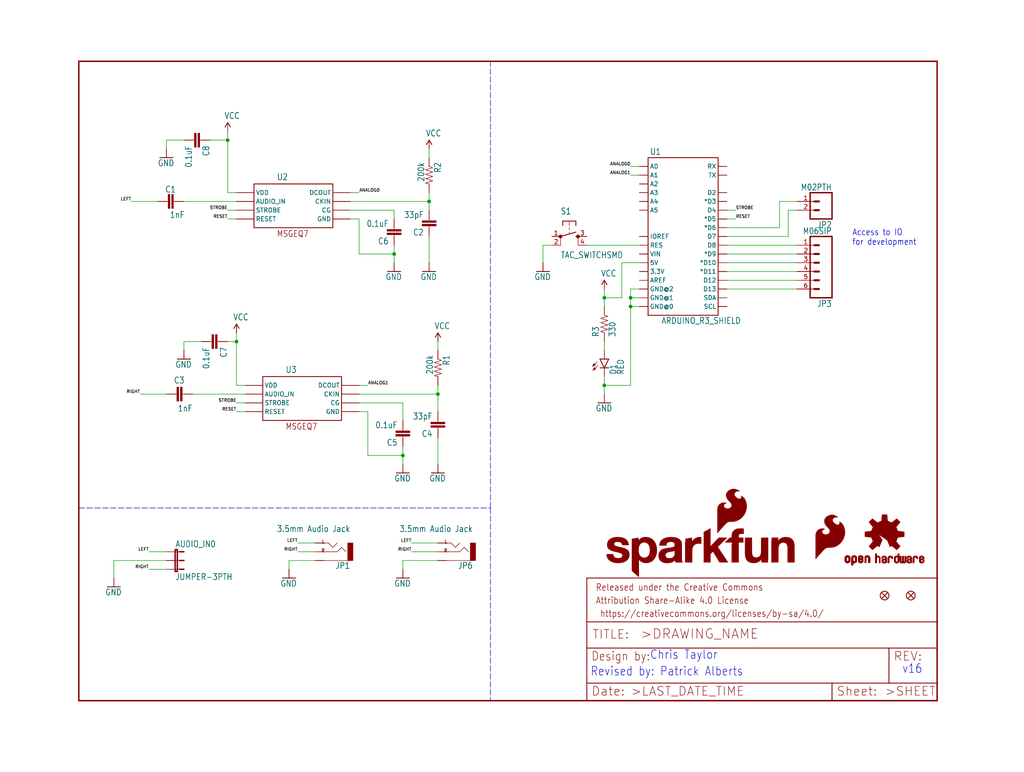
<source format=kicad_sch>
(kicad_sch (version 20211123) (generator eeschema)
  (paper "User" 297.002 223.926)
  (lib_symbols
    (symbol "schematicEagle-eagle-import:0.1UF-25V(+80{slash}-20%)(0603)"
      (property "Reference" "C" (at 1.524 2.921 0))
      (property "Value" "0.1UF-25V(+80{slash}-20%)(0603)" (at 1.524 -2.159 0))
      (symbol "0.1UF-25V(+80{slash}-20%)(0603)_1_0"
        (pin passive line (at 0 5.08 270) (length 2.54) (name "1") (number "1"))
        (pin passive line (at 0 -2.54 90) (length 2.54) (name "2") (number "2"))
      )
    )
    (symbol "schematicEagle-eagle-import:1NF{slash}1000PF-50V-10%(0603)"
      (property "Reference" "C" (at 1.524 2.921 0))
      (property "Value" "1NF{slash}1000PF-50V-10%(0603)" (at 1.524 -2.159 0))
      (symbol "1NF{slash}1000PF-50V-10%(0603)_1_0"
        (pin passive line (at 0 5.08 270) (length 2.54) (name "1") (number "1"))
        (pin passive line (at 0 -2.54 90) (length 2.54) (name "2") (number "2"))
      )
    )
    (symbol "schematicEagle-eagle-import:200KOHM1{slash}10W1%(0603)200K"
      (property "Reference" "R" (at -3.81 1.4986 0))
      (property "Value" "200KOHM1{slash}10W1%(0603)200K" (at -3.81 -3.302 0))
      (symbol "200KOHM1{slash}10W1%(0603)200K_1_0"
        (pin passive line (at -5.08 0 0) (length 2.54) (name "1") (number "1"))
        (pin passive line (at 5.08 0 180) (length 2.54) (name "2") (number "2"))
      )
    )
    (symbol "schematicEagle-eagle-import:220KOHM1{slash}10W1%(0603)"
      (property "Reference" "R" (at -3.81 1.4986 0))
      (property "Value" "220KOHM1{slash}10W1%(0603)" (at -3.81 -3.302 0))
      (symbol "220KOHM1{slash}10W1%(0603)_1_0"
        (pin passive line (at -5.08 0 0) (length 2.54) (name "1") (number "1"))
        (pin passive line (at 5.08 0 180) (length 2.54) (name "2") (number "2"))
      )
    )
    (symbol "schematicEagle-eagle-import:330OHM1{slash}10W1%(0603)"
      (property "Reference" "R" (at -3.81 1.4986 0))
      (property "Value" "330OHM1{slash}10W1%(0603)" (at -3.81 -3.302 0))
      (symbol "330OHM1{slash}10W1%(0603)_1_0"
        (pin passive line (at -5.08 0 0) (length 2.54) (name "1") (number "1"))
        (pin passive line (at 5.08 0 180) (length 2.54) (name "2") (number "2"))
      )
    )
    (symbol "schematicEagle-eagle-import:33PF-50V-5%-(0603)"
      (property "Reference" "C" (at 1.524 2.921 0))
      (property "Value" "33PF-50V-5%-(0603)" (at 1.524 -2.159 0))
      (symbol "33PF-50V-5%-(0603)_1_0"
        (pin passive line (at 0 5.08 270) (length 2.54) (name "1") (number "1"))
        (pin passive line (at 0 -2.54 90) (length 2.54) (name "2") (number "2"))
      )
    )
    (symbol "schematicEagle-eagle-import:ARDUINO_R3_SHIELD"
      (property "Reference" "J" (at -9.652 21.082 0))
      (property "Value" "ARDUINO_R3_SHIELD" (at -6.35 -27.94 0))
      (symbol "ARDUINO_R3_SHIELD_1_0"
        (pin bidirectional line (at -12.7 -12.7 0) (length 2.54) (name "3.3V") (number "3.3V"))
        (pin bidirectional line (at -12.7 -10.16 0) (length 2.54) (name "5V") (number "5V"))
        (pin bidirectional line (at -12.7 17.78 0) (length 2.54) (name "A0") (number "A0"))
        (pin bidirectional line (at -12.7 15.24 0) (length 2.54) (name "A1") (number "A1"))
        (pin bidirectional line (at -12.7 12.7 0) (length 2.54) (name "A2") (number "A2"))
        (pin bidirectional line (at -12.7 10.16 0) (length 2.54) (name "A3") (number "A3"))
        (pin bidirectional line (at -12.7 7.62 0) (length 2.54) (name "A4") (number "A4"))
        (pin bidirectional line (at -12.7 5.08 0) (length 2.54) (name "A5") (number "A5"))
        (pin bidirectional line (at -12.7 -15.24 0) (length 2.54) (name "AREF") (number "AREF"))
        (pin bidirectional line (at 12.7 -10.16 180) (length 2.54) (name "*D10") (number "D10"))
        (pin bidirectional line (at 12.7 -12.7 180) (length 2.54) (name "*D11") (number "D11"))
        (pin bidirectional line (at 12.7 -15.24 180) (length 2.54) (name "D12") (number "D12"))
        (pin bidirectional line (at 12.7 -17.78 180) (length 2.54) (name "D13") (number "D13"))
        (pin bidirectional line (at 12.7 10.16 180) (length 2.54) (name "D2") (number "D2"))
        (pin bidirectional line (at 12.7 7.62 180) (length 2.54) (name "*D3") (number "D3"))
        (pin bidirectional line (at 12.7 5.08 180) (length 2.54) (name "D4") (number "D4"))
        (pin bidirectional line (at 12.7 2.54 180) (length 2.54) (name "*D5") (number "D5"))
        (pin bidirectional line (at 12.7 0 180) (length 2.54) (name "*D6") (number "D6"))
        (pin bidirectional line (at 12.7 -2.54 180) (length 2.54) (name "D7") (number "D7"))
        (pin bidirectional line (at 12.7 -5.08 180) (length 2.54) (name "D8") (number "D8"))
        (pin bidirectional line (at 12.7 -7.62 180) (length 2.54) (name "*D9") (number "D9"))
        (pin bidirectional line (at -12.7 -22.86 0) (length 2.54) (name "GND@0") (number "GND@0"))
        (pin bidirectional line (at -12.7 -20.32 0) (length 2.54) (name "GND@1") (number "GND@1"))
        (pin bidirectional line (at -12.7 -17.78 0) (length 2.54) (name "GND@2") (number "GND@2"))
        (pin bidirectional line (at -12.7 -2.54 0) (length 2.54) (name "IOREF") (number "IOREF"))
        (pin bidirectional line (at -12.7 -5.08 0) (length 2.54) (name "RES") (number "RES"))
        (pin bidirectional line (at 12.7 17.78 180) (length 2.54) (name "RX") (number "RX"))
        (pin bidirectional line (at 12.7 -22.86 180) (length 2.54) (name "SCL") (number "SCL"))
        (pin bidirectional line (at 12.7 -20.32 180) (length 2.54) (name "SDA") (number "SDA"))
        (pin bidirectional line (at 12.7 15.24 180) (length 2.54) (name "TX") (number "TX"))
        (pin bidirectional line (at -12.7 -7.62 0) (length 2.54) (name "VIN") (number "VIN"))
      )
    )
    (symbol "schematicEagle-eagle-import:AUDIO-JACKSMD2"
      (property "Reference" "JP" (at -5.08 3.048 0))
      (property "Value" "AUDIO-JACKSMD2" (at -5.08 -5.08 0))
      (symbol "AUDIO-JACKSMD2_1_0"
        (text "L" (at 2.286 -2.286 0) (effects (font (size 1.016 0.8636) (thickness 0.1727) bold) (justify left bottom)))
        (text "R" (at 2.286 0.254 0) (effects (font (size 1.016 0.8636) (thickness 0.1727) bold) (justify left bottom)))
        (pin bidirectional line (at 5.08 0 180) (length 2.54) (name "RIGHT") (number "RING"))
        (pin bidirectional line (at 5.08 2.54 180) (length 2.54) (name "SLEEVE") (number "SLEEVE"))
        (pin bidirectional line (at 5.08 -2.54 180) (length 2.54) (name "LEFT") (number "TIP"))
      )
    )
    (symbol "schematicEagle-eagle-import:FIDUCIAL1X2")
    (symbol "schematicEagle-eagle-import:FRAME-LETTER"
      (symbol "FRAME-LETTER_2_0"
        (text " https://creativecommons.org/licenses/by-sa/4.0/" (at 2.54 24.13 0) (effects (font (size 1.9304 1.6408)) (justify left bottom)))
        (text ">DRAWING_NAME" (at 15.494 17.78 0) (effects (font (size 2.7432 2.7432)) (justify left bottom)))
        (text ">LAST_DATE_TIME" (at 12.7 1.27 0) (effects (font (size 2.54 2.54)) (justify left bottom)))
        (text ">SHEET" (at 86.36 1.27 0) (effects (font (size 2.54 2.54)) (justify left bottom)))
        (text "Attribution Share-Alike 4.0 License" (at 2.54 27.94 0) (effects (font (size 1.9304 1.6408)) (justify left bottom)))
        (text "Date:" (at 1.27 1.27 0) (effects (font (size 2.54 2.54)) (justify left bottom)))
        (text "Design by:" (at 1.27 11.43 0) (effects (font (size 2.54 2.159)) (justify left bottom)))
        (text "Released under the Creative Commons" (at 2.54 31.75 0) (effects (font (size 1.9304 1.6408)) (justify left bottom)))
        (text "REV:" (at 88.9 11.43 0) (effects (font (size 2.54 2.54)) (justify left bottom)))
        (text "Sheet:" (at 72.39 1.27 0) (effects (font (size 2.54 2.54)) (justify left bottom)))
        (text "TITLE:" (at 1.524 17.78 0) (effects (font (size 2.54 2.54)) (justify left bottom)))
      )
    )
    (symbol "schematicEagle-eagle-import:GND" (power)
      (property "Value" "GND" (at -2.54 -2.54 0))
      (symbol "GND_1_0"
        (pin power_in line (at 0 2.54 270) (length 2.54) (name "GND") (number "1"))
      )
    )
    (symbol "schematicEagle-eagle-import:JUMPER-3PTH"
      (property "Reference" "JP" (at -1.27 0 90))
      (property "Value" "JUMPER-3PTH" (at 8.255 0 90))
      (symbol "JUMPER-3PTH_1_0"
        (pin passive line (at 0 -2.54 90) (length 2.54) (name "1") (number "1"))
        (pin passive line (at 2.54 -2.54 90) (length 2.54) (name "2") (number "2"))
        (pin passive line (at 5.08 -2.54 90) (length 2.54) (name "3") (number "3"))
      )
    )
    (symbol "schematicEagle-eagle-import:LED-RED0603"
      (property "Reference" "D" (at 3.556 -4.572 90))
      (property "Value" "LED-RED0603" (at 5.715 -4.572 90))
      (symbol "LED-RED0603_1_0"
        (pin passive line (at 0 2.54 270) (length 2.54) (name "A") (number "A"))
        (pin passive line (at 0 -5.08 90) (length 2.54) (name "C") (number "C"))
      )
    )
    (symbol "schematicEagle-eagle-import:M02PTH"
      (property "Reference" "JP" (at -2.54 5.842 0))
      (property "Value" "M02PTH" (at -2.54 -5.08 0))
      (symbol "M02PTH_1_0"
        (pin passive line (at 7.62 0 180) (length 5.08) (name "1") (number "1"))
        (pin passive line (at 7.62 2.54 180) (length 5.08) (name "2") (number "2"))
      )
    )
    (symbol "schematicEagle-eagle-import:M06SIP"
      (property "Reference" "JP" (at -5.08 10.922 0))
      (property "Value" "M06SIP" (at -5.08 -10.16 0))
      (symbol "M06SIP_1_0"
        (pin passive line (at 5.08 -5.08 180) (length 5.08) (name "1") (number "1"))
        (pin passive line (at 5.08 -2.54 180) (length 5.08) (name "2") (number "2"))
        (pin passive line (at 5.08 0 180) (length 5.08) (name "3") (number "3"))
        (pin passive line (at 5.08 2.54 180) (length 5.08) (name "4") (number "4"))
        (pin passive line (at 5.08 5.08 180) (length 5.08) (name "5") (number "5"))
        (pin passive line (at 5.08 7.62 180) (length 5.08) (name "6") (number "6"))
      )
    )
    (symbol "schematicEagle-eagle-import:MSGEQ7SOIC"
      (property "Reference" "IC" (at -6.096 8.636 0))
      (symbol "MSGEQ7SOIC_1_0"
        (text "MSGEQ7" (at -6.096 -7.874 0) (effects (font (size 1.778 1.5113)) (justify left bottom)))
        (pin input line (at -17.78 5.08 0) (length 5.08) (name "VDD") (number "1"))
        (pin bidirectional line (at 15.24 -2.54 180) (length 5.08) (name "GND") (number "2"))
        (pin bidirectional line (at 15.24 5.08 180) (length 5.08) (name "DCOUT") (number "3"))
        (pin input line (at -17.78 0 0) (length 5.08) (name "STROBE") (number "4"))
        (pin input line (at -17.78 2.54 0) (length 5.08) (name "AUDIO_IN") (number "5"))
        (pin bidirectional line (at 15.24 0 180) (length 5.08) (name "CG") (number "6"))
        (pin input line (at -17.78 -2.54 0) (length 5.08) (name "RESET") (number "7"))
        (pin bidirectional line (at 15.24 2.54 180) (length 5.08) (name "CKIN") (number "8"))
      )
    )
    (symbol "schematicEagle-eagle-import:OSHW-LOGOM")
    (symbol "schematicEagle-eagle-import:SFE_LOGO_FLAME.2_INCH")
    (symbol "schematicEagle-eagle-import:SFE_LOGO_NAME_FLAME.1_INCH")
    (symbol "schematicEagle-eagle-import:TAC_SWITCHSMD"
      (property "Reference" "S" (at -2.54 6.35 0))
      (property "Value" "TAC_SWITCHSMD" (at -2.54 -6.35 0))
      (symbol "TAC_SWITCHSMD_1_0"
        (pin passive line (at -5.08 0 0) (length 2.54) (name "1") (number "1"))
        (pin passive line (at -5.08 -2.54 0) (length 2.54) (name "2") (number "2"))
        (pin passive line (at 5.08 0 180) (length 2.54) (name "3") (number "3"))
        (pin passive line (at 5.08 -2.54 180) (length 2.54) (name "4") (number "4"))
      )
    )
    (symbol "schematicEagle-eagle-import:VCC" (power)
      (property "Value" "VCC" (at -1.016 3.556 0))
      (symbol "VCC_1_0"
        (pin power_in line (at 0 0 90) (length 2.54) (name "VCC") (number "1"))
      )
    )
  )
  (junction (at 116.84 132.08))
  (junction (at 175.26 86.36))
  (junction (at 182.88 86.36))
  (junction (at 182.88 88.9))
  (junction (at 175.26 111.76))
  (junction (at 68.58 99.06))
  (junction (at 127 114.3))
  (junction (at 66.04 40.64))
  (junction (at 124.46 58.42))
  (junction (at 114.3 73.66))
  (wire (pts (xy 68.58 63.5) (xy 66.04 63.5)))
  (wire (pts (xy 68.58 111.76) (xy 68.58 99.06)))
  (wire (pts (xy 127 162.56) (xy 116.84 162.56)))
  (wire (pts (xy 48.26 114.3) (xy 40.64 114.3)))
  (wire (pts (xy 66.04 40.64) (xy 66.04 38.1)))
  (wire (pts (xy 157.48 76.2) (xy 157.48 71.12)))
  (wire (pts (xy 71.12 111.76) (xy 68.58 111.76)))
  (wire (pts (xy 127 101.6) (xy 127 99.06)))
  (wire (pts (xy 185.42 86.36) (xy 182.88 86.36)))
  (wire (pts (xy 66.04 55.88) (xy 66.04 40.64)))
  (wire (pts (xy 116.84 129.54) (xy 116.84 132.08)))
  (wire (pts (xy 48.26 162.56) (xy 33.02 162.56)))
  (wire (pts (xy 68.58 99.06) (xy 66.04 99.06)))
  (wire (pts (xy 175.26 114.3) (xy 175.26 111.76)))
  (wire (pts (xy 91.44 160.02) (xy 86.36 160.02)))
  (wire (pts (xy 124.46 58.42) (xy 124.46 60.96)))
  (wire (pts (xy 104.14 119.38) (xy 106.68 119.38)))
  (wire (pts (xy 228.6 68.58) (xy 210.82 68.58)))
  (wire (pts (xy 116.84 132.08) (xy 116.84 134.62)))
  (wire (pts (xy 106.68 132.08) (xy 116.84 132.08)))
  (wire (pts (xy 68.58 60.96) (xy 66.04 60.96)))
  (wire (pts (xy 185.42 83.82) (xy 182.88 83.82)))
  (wire (pts (xy 226.06 66.04) (xy 226.06 58.42)))
  (wire (pts (xy 91.44 157.48) (xy 86.36 157.48)))
  (polyline (pts (xy 142.24 147.32) (xy 142.24 203.2)))
  (wire (pts (xy 180.34 76.2) (xy 180.34 86.36)))
  (wire (pts (xy 71.12 116.84) (xy 68.58 116.84)))
  (wire (pts (xy 68.58 58.42) (xy 53.34 58.42)))
  (wire (pts (xy 127 114.3) (xy 104.14 114.3)))
  (wire (pts (xy 48.26 165.1) (xy 43.18 165.1)))
  (wire (pts (xy 66.04 40.64) (xy 60.96 40.64)))
  (wire (pts (xy 185.42 48.26) (xy 182.88 48.26)))
  (wire (pts (xy 231.14 73.66) (xy 210.82 73.66)))
  (wire (pts (xy 182.88 88.9) (xy 182.88 111.76)))
  (wire (pts (xy 101.6 60.96) (xy 114.3 60.96)))
  (wire (pts (xy 182.88 86.36) (xy 182.88 83.82)))
  (wire (pts (xy 53.34 99.06) (xy 58.42 99.06)))
  (wire (pts (xy 231.14 81.28) (xy 210.82 81.28)))
  (wire (pts (xy 104.14 73.66) (xy 114.3 73.66)))
  (wire (pts (xy 185.42 71.12) (xy 170.18 71.12)))
  (polyline (pts (xy 22.86 147.32) (xy 142.24 147.32)))
  (wire (pts (xy 53.34 101.6) (xy 53.34 99.06)))
  (wire (pts (xy 175.26 101.6) (xy 175.26 99.06)))
  (wire (pts (xy 104.14 63.5) (xy 104.14 73.66)))
  (wire (pts (xy 33.02 162.56) (xy 33.02 167.64)))
  (wire (pts (xy 231.14 76.2) (xy 210.82 76.2)))
  (wire (pts (xy 101.6 55.88) (xy 104.14 55.88)))
  (wire (pts (xy 124.46 58.42) (xy 101.6 58.42)))
  (wire (pts (xy 182.88 88.9) (xy 182.88 86.36)))
  (wire (pts (xy 116.84 116.84) (xy 104.14 116.84)))
  (wire (pts (xy 114.3 71.12) (xy 114.3 73.66)))
  (wire (pts (xy 127 134.62) (xy 127 127)))
  (wire (pts (xy 180.34 86.36) (xy 175.26 86.36)))
  (wire (pts (xy 91.44 162.56) (xy 83.82 162.56)))
  (wire (pts (xy 157.48 71.12) (xy 160.02 71.12)))
  (wire (pts (xy 71.12 119.38) (xy 68.58 119.38)))
  (wire (pts (xy 185.42 76.2) (xy 180.34 76.2)))
  (wire (pts (xy 48.26 43.18) (xy 48.26 40.64)))
  (wire (pts (xy 68.58 99.06) (xy 68.58 96.52)))
  (wire (pts (xy 210.82 60.96) (xy 213.36 60.96)))
  (wire (pts (xy 71.12 114.3) (xy 55.88 114.3)))
  (wire (pts (xy 175.26 111.76) (xy 175.26 109.22)))
  (wire (pts (xy 48.26 40.64) (xy 53.34 40.64)))
  (wire (pts (xy 182.88 111.76) (xy 175.26 111.76)))
  (wire (pts (xy 185.42 88.9) (xy 182.88 88.9)))
  (wire (pts (xy 68.58 55.88) (xy 66.04 55.88)))
  (wire (pts (xy 231.14 78.74) (xy 210.82 78.74)))
  (wire (pts (xy 185.42 50.8) (xy 182.88 50.8)))
  (wire (pts (xy 210.82 63.5) (xy 213.36 63.5)))
  (wire (pts (xy 101.6 63.5) (xy 104.14 63.5)))
  (wire (pts (xy 127 114.3) (xy 127 119.38)))
  (wire (pts (xy 83.82 162.56) (xy 83.82 165.1)))
  (wire (pts (xy 226.06 58.42) (xy 231.14 58.42)))
  (wire (pts (xy 127 111.76) (xy 127 114.3)))
  (wire (pts (xy 116.84 162.56) (xy 116.84 165.1)))
  (wire (pts (xy 124.46 45.72) (xy 124.46 43.18)))
  (polyline (pts (xy 142.24 147.32) (xy 142.24 17.78)))
  (wire (pts (xy 48.26 160.02) (xy 43.18 160.02)))
  (wire (pts (xy 228.6 60.96) (xy 228.6 68.58)))
  (wire (pts (xy 127 157.48) (xy 119.38 157.48)))
  (wire (pts (xy 231.14 83.82) (xy 210.82 83.82)))
  (wire (pts (xy 175.26 86.36) (xy 175.26 88.9)))
  (wire (pts (xy 231.14 60.96) (xy 228.6 60.96)))
  (wire (pts (xy 116.84 121.92) (xy 116.84 116.84)))
  (wire (pts (xy 127 160.02) (xy 119.38 160.02)))
  (wire (pts (xy 231.14 71.12) (xy 210.82 71.12)))
  (wire (pts (xy 114.3 60.96) (xy 114.3 63.5)))
  (wire (pts (xy 124.46 76.2) (xy 124.46 68.58)))
  (wire (pts (xy 175.26 86.36) (xy 175.26 83.82)))
  (wire (pts (xy 210.82 66.04) (xy 226.06 66.04)))
  (wire (pts (xy 114.3 73.66) (xy 114.3 76.2)))
  (wire (pts (xy 106.68 119.38) (xy 106.68 132.08)))
  (wire (pts (xy 45.72 58.42) (xy 38.1 58.42)))
  (wire (pts (xy 124.46 55.88) (xy 124.46 58.42)))
  (wire (pts (xy 104.14 111.76) (xy 106.68 111.76)))
  (text "Access to IO" (at 247.142 68.58 180) (effects (font (size 1.778 1.5113)) (justify left bottom)))
  (text "Chris Taylor" (at 188.468 191.516 180) (effects (font (size 2.54 2.159)) (justify left bottom)))
  (text "v16" (at 261.62 195.58 180) (effects (font (size 2.54 2.159)) (justify left bottom)))
  (text "Revised by: Patrick Alberts" (at 171.196 196.342 180) (effects (font (size 2.54 2.159)) (justify left bottom)))
  (text "for development" (at 247.142 71.374 180) (effects (font (size 1.778 1.5113)) (justify left bottom)))
  (label "LEFT" (at 119.38 157.48 180) (effects (font (size 0.889 0.889))))
  (label "LEFT" (at 86.36 157.48 180) (effects (font (size 0.889 0.889))))
  (label "ANALOG1" (at 106.68 111.76 0) (effects (font (size 0.889 0.889))))
  (label "ANALOG1" (at 182.88 50.8 180) (effects (font (size 0.889 0.889))))
  (label "RESET" (at 66.04 63.5 180) (effects (font (size 0.889 0.889))))
  (label "STROBE" (at 68.58 116.84 180) (effects (font (size 0.889 0.889))))
  (label "RIGHT" (at 119.38 160.02 180) (effects (font (size 0.889 0.889))))
  (label "ANALOG0" (at 182.88 48.26 180) (effects (font (size 0.889 0.889))))
  (label "RESET" (at 68.58 119.38 180) (effects (font (size 0.889 0.889))))
  (label "RIGHT" (at 86.36 160.02 180) (effects (font (size 0.889 0.889))))
  (label "ANALOG0" (at 104.14 55.88 0) (effects (font (size 0.889 0.889))))
  (label "RESET" (at 213.36 63.5 0) (effects (font (size 0.889 0.889))))
  (label "STROBE" (at 213.36 60.96 0) (effects (font (size 0.889 0.889))))
  (label "LEFT" (at 43.18 160.02 180) (effects (font (size 0.889 0.889))))
  (label "STROBE" (at 66.04 60.96 180) (effects (font (size 0.889 0.889))))
  (label "RIGHT" (at 40.64 114.3 180) (effects (font (size 0.889 0.889))))
  (label "RIGHT" (at 43.18 165.1 180) (effects (font (size 0.889 0.889))))
  (label "LEFT" (at 38.1 58.42 180) (effects (font (size 0.889 0.889))))
  (symbol (lib_id "schematicEagle-eagle-import:AUDIO-JACKSMD2") (at 96.52 160.02 180) (unit 1)
    (property "Reference" "JP1" (at 101.6 163.068 0) (effects (font (size 1.778 1.5113)) (justify left bottom)))
    (property "Value" "3.5mm Audio Jack" (at 101.6 152.4 0) (effects (font (size 1.778 1.5113)) (justify left bottom)))
    (property "Footprint" "schematicEagle:AUDIO-JACK-3.5MM-SMD" (effects hide))
  )
  (symbol (lib_id "schematicEagle-eagle-import:VCC") (at 175.26 83.82 0) (unit 1)
    (property "Reference" "#P+5" (effects hide))
    (property "Value" "VCC" (at 174.244 80.264 0) (effects (font (size 1.778 1.5113)) (justify left bottom)))
    (property "Footprint" "schematicEagle:" (effects hide))
  )
  (symbol (lib_id "schematicEagle-eagle-import:M06SIP") (at 236.22 76.2 180) (unit 1)
    (property "Reference" "JP3" (at 241.3 87.122 0) (effects (font (size 1.778 1.5113)) (justify left bottom)))
    (property "Value" "M06SIP" (at 241.3 66.04 0) (effects (font (size 1.778 1.5113)) (justify left bottom)))
    (property "Footprint" "schematicEagle:1X06" (effects hide))
  )
  (symbol (lib_id "schematicEagle-eagle-import:1NF{slash}1000PF-50V-10%(0603)") (at 50.8 58.42 90) (unit 1)
    (property "Reference" "C1" (at 51.054 53.975 90) (effects (font (size 1.778 1.5113)) (justify left bottom)))
    (property "Value" "1nF" (at 53.594 61.341 90) (effects (font (size 1.778 1.5113)) (justify left bottom)))
    (property "Footprint" "schematicEagle:0603-CAP" (effects hide))
  )
  (symbol (lib_id "schematicEagle-eagle-import:GND") (at 83.82 167.64 0) (unit 1)
    (property "Reference" "#GND7" (effects hide))
    (property "Value" "GND" (at 81.28 170.18 0) (effects (font (size 1.778 1.5113)) (justify left bottom)))
    (property "Footprint" "schematicEagle:" (effects hide))
  )
  (symbol (lib_id "schematicEagle-eagle-import:VCC") (at 66.04 38.1 0) (unit 1)
    (property "Reference" "#P+1" (effects hide))
    (property "Value" "VCC" (at 65.024 34.544 0) (effects (font (size 1.778 1.5113)) (justify left bottom)))
    (property "Footprint" "schematicEagle:" (effects hide))
  )
  (symbol (lib_id "schematicEagle-eagle-import:33PF-50V-5%-(0603)") (at 127 121.92 180) (unit 1)
    (property "Reference" "C4" (at 125.476 124.841 0) (effects (font (size 1.778 1.5113)) (justify left bottom)))
    (property "Value" "33pF" (at 125.476 119.761 0) (effects (font (size 1.778 1.5113)) (justify left bottom)))
    (property "Footprint" "schematicEagle:0603-CAP" (effects hide))
  )
  (symbol (lib_id "schematicEagle-eagle-import:VCC") (at 68.58 96.52 0) (unit 1)
    (property "Reference" "#P+2" (effects hide))
    (property "Value" "VCC" (at 67.564 92.964 0) (effects (font (size 1.778 1.5113)) (justify left bottom)))
    (property "Footprint" "schematicEagle:" (effects hide))
  )
  (symbol (lib_id "schematicEagle-eagle-import:0.1UF-25V(+80{slash}-20%)(0603)") (at 114.3 66.04 180) (unit 1)
    (property "Reference" "C6" (at 112.776 68.961 0) (effects (font (size 1.778 1.5113)) (justify left bottom)))
    (property "Value" "0.1uF" (at 112.776 63.881 0) (effects (font (size 1.778 1.5113)) (justify left bottom)))
    (property "Footprint" "schematicEagle:0603-CAP" (effects hide))
  )
  (symbol (lib_id "schematicEagle-eagle-import:0.1UF-25V(+80{slash}-20%)(0603)") (at 55.88 40.64 270) (unit 1)
    (property "Reference" "C8" (at 58.801 42.164 0) (effects (font (size 1.778 1.5113)) (justify left bottom)))
    (property "Value" "0.1uF" (at 53.721 42.164 0) (effects (font (size 1.778 1.5113)) (justify left bottom)))
    (property "Footprint" "schematicEagle:0603-CAP" (effects hide))
  )
  (symbol (lib_id "schematicEagle-eagle-import:LED-RED0603") (at 175.26 104.14 0) (unit 1)
    (property "Reference" "D1" (at 178.816 108.712 90) (effects (font (size 1.778 1.5113)) (justify left bottom)))
    (property "Value" "RED" (at 180.975 108.712 90) (effects (font (size 1.778 1.5113)) (justify left bottom)))
    (property "Footprint" "schematicEagle:LED-0603" (effects hide))
  )
  (symbol (lib_id "schematicEagle-eagle-import:FRAME-LETTER") (at 170.18 203.2 0) (unit 2)
    (property "Reference" "FRAME1" (effects hide))
    (property "Value" "FRAME-LETTER" (effects hide))
    (property "Footprint" "schematicEagle:CREATIVE_COMMONS" (effects hide))
  )
  (symbol (lib_id "schematicEagle-eagle-import:33PF-50V-5%-(0603)") (at 124.46 63.5 180) (unit 1)
    (property "Reference" "C2" (at 122.936 66.421 0) (effects (font (size 1.778 1.5113)) (justify left bottom)))
    (property "Value" "33pF" (at 122.936 61.341 0) (effects (font (size 1.778 1.5113)) (justify left bottom)))
    (property "Footprint" "schematicEagle:0603-CAP" (effects hide))
  )
  (symbol (lib_id "schematicEagle-eagle-import:220KOHM1{slash}10W1%(0603)") (at 124.46 50.8 270) (unit 1)
    (property "Reference" "R2" (at 125.9586 46.99 0) (effects (font (size 1.778 1.5113)) (justify left bottom)))
    (property "Value" "200k" (at 121.158 46.99 0) (effects (font (size 1.778 1.5113)) (justify left bottom)))
    (property "Footprint" "schematicEagle:0603-RES" (effects hide))
  )
  (symbol (lib_id "schematicEagle-eagle-import:VCC") (at 127 99.06 0) (unit 1)
    (property "Reference" "#P+3" (effects hide))
    (property "Value" "VCC" (at 125.984 95.504 0) (effects (font (size 1.778 1.5113)) (justify left bottom)))
    (property "Footprint" "schematicEagle:" (effects hide))
  )
  (symbol (lib_id "schematicEagle-eagle-import:ARDUINO_R3_SHIELD") (at 198.12 66.04 0) (unit 1)
    (property "Reference" "U1" (at 188.468 44.958 0) (effects (font (size 1.778 1.5113)) (justify left bottom)))
    (property "Value" "ARDUINO_R3_SHIELD" (at 191.77 93.98 0) (effects (font (size 1.778 1.5113)) (justify left bottom)))
    (property "Footprint" "schematicEagle:UNO_R3_SHIELD" (effects hide))
  )
  (symbol (lib_id "schematicEagle-eagle-import:GND") (at 157.48 78.74 0) (unit 1)
    (property "Reference" "#GND9" (effects hide))
    (property "Value" "GND" (at 154.94 81.28 0) (effects (font (size 1.778 1.5113)) (justify left bottom)))
    (property "Footprint" "schematicEagle:" (effects hide))
  )
  (symbol (lib_id "schematicEagle-eagle-import:MSGEQ7SOIC") (at 88.9 116.84 0) (unit 1)
    (property "Reference" "U3" (at 82.804 108.204 0) (effects (font (size 1.778 1.5113)) (justify left bottom)))
    (property "Value" "MSGEQ7SOIC" (effects hide))
    (property "Footprint" "schematicEagle:SOIC8" (effects hide))
  )
  (symbol (lib_id "schematicEagle-eagle-import:200KOHM1{slash}10W1%(0603)200K") (at 127 106.68 270) (unit 1)
    (property "Reference" "R1" (at 128.4986 102.87 0) (effects (font (size 1.778 1.5113)) (justify left bottom)))
    (property "Value" "200k" (at 123.698 102.87 0) (effects (font (size 1.778 1.5113)) (justify left bottom)))
    (property "Footprint" "schematicEagle:0603-RES" (effects hide))
  )
  (symbol (lib_id "schematicEagle-eagle-import:GND") (at 48.26 45.72 0) (unit 1)
    (property "Reference" "#GND5" (effects hide))
    (property "Value" "GND" (at 45.72 48.26 0) (effects (font (size 1.778 1.5113)) (justify left bottom)))
    (property "Footprint" "schematicEagle:" (effects hide))
  )
  (symbol (lib_id "schematicEagle-eagle-import:GND") (at 127 137.16 0) (unit 1)
    (property "Reference" "#GND10" (effects hide))
    (property "Value" "GND" (at 124.46 139.7 0) (effects (font (size 1.778 1.5113)) (justify left bottom)))
    (property "Footprint" "schematicEagle:" (effects hide))
  )
  (symbol (lib_id "schematicEagle-eagle-import:FIDUCIAL1X2") (at 256.54 172.72 0) (unit 1)
    (property "Reference" "JP4" (effects hide))
    (property "Value" "FIDUCIAL1X2" (effects hide))
    (property "Footprint" "schematicEagle:FIDUCIAL-1X2" (effects hide))
  )
  (symbol (lib_id "schematicEagle-eagle-import:VCC") (at 124.46 43.18 0) (unit 1)
    (property "Reference" "#P+4" (effects hide))
    (property "Value" "VCC" (at 123.444 39.624 0) (effects (font (size 1.778 1.5113)) (justify left bottom)))
    (property "Footprint" "schematicEagle:" (effects hide))
  )
  (symbol (lib_id "schematicEagle-eagle-import:0.1UF-25V(+80{slash}-20%)(0603)") (at 60.96 99.06 270) (unit 1)
    (property "Reference" "C7" (at 63.881 100.584 0) (effects (font (size 1.778 1.5113)) (justify left bottom)))
    (property "Value" "0.1uF" (at 58.801 100.584 0) (effects (font (size 1.778 1.5113)) (justify left bottom)))
    (property "Footprint" "schematicEagle:0603-CAP" (effects hide))
  )
  (symbol (lib_id "schematicEagle-eagle-import:MSGEQ7SOIC") (at 86.36 60.96 0) (unit 1)
    (property "Reference" "U2" (at 80.264 52.324 0) (effects (font (size 1.778 1.5113)) (justify left bottom)))
    (property "Value" "MSGEQ7SOIC" (effects hide))
    (property "Footprint" "schematicEagle:SOIC8" (effects hide))
  )
  (symbol (lib_id "schematicEagle-eagle-import:AUDIO-JACKSMD2") (at 132.08 160.02 180) (unit 1)
    (property "Reference" "JP6" (at 137.16 163.068 0) (effects (font (size 1.778 1.5113)) (justify left bottom)))
    (property "Value" "3.5mm Audio Jack" (at 137.16 152.4 0) (effects (font (size 1.778 1.5113)) (justify left bottom)))
    (property "Footprint" "schematicEagle:AUDIO-JACK-3.5MM-SMD" (effects hide))
  )
  (symbol (lib_id "schematicEagle-eagle-import:1NF{slash}1000PF-50V-10%(0603)") (at 53.34 114.3 90) (unit 1)
    (property "Reference" "C3" (at 53.594 109.347 90) (effects (font (size 1.778 1.5113)) (justify left bottom)))
    (property "Value" "1nF" (at 55.88 117.475 90) (effects (font (size 1.778 1.5113)) (justify left bottom)))
    (property "Footprint" "schematicEagle:0603-CAP" (effects hide))
  )
  (symbol (lib_id "schematicEagle-eagle-import:GND") (at 116.84 167.64 0) (unit 1)
    (property "Reference" "#GND2" (effects hide))
    (property "Value" "GND" (at 114.3 170.18 0) (effects (font (size 1.778 1.5113)) (justify left bottom)))
    (property "Footprint" "schematicEagle:" (effects hide))
  )
  (symbol (lib_id "schematicEagle-eagle-import:FIDUCIAL1X2") (at 264.16 172.72 0) (unit 1)
    (property "Reference" "JP5" (effects hide))
    (property "Value" "FIDUCIAL1X2" (effects hide))
    (property "Footprint" "schematicEagle:FIDUCIAL-1X2" (effects hide))
  )
  (symbol (lib_id "schematicEagle-eagle-import:GND") (at 53.34 104.14 0) (unit 1)
    (property "Reference" "#GND6" (effects hide))
    (property "Value" "GND" (at 50.8 106.68 0) (effects (font (size 1.778 1.5113)) (justify left bottom)))
    (property "Footprint" "schematicEagle:" (effects hide))
  )
  (symbol (lib_id "schematicEagle-eagle-import:OSHW-LOGOM") (at 256.54 154.94 0) (unit 1)
    (property "Reference" "LOGO1" (effects hide))
    (property "Value" "OSHW-LOGOM" (effects hide))
    (property "Footprint" "schematicEagle:OSHW-LOGO-M" (effects hide))
  )
  (symbol (lib_id "schematicEagle-eagle-import:GND") (at 114.3 78.74 0) (unit 1)
    (property "Reference" "#GND3" (effects hide))
    (property "Value" "GND" (at 111.76 81.28 0) (effects (font (size 1.778 1.5113)) (justify left bottom)))
    (property "Footprint" "schematicEagle:" (effects hide))
  )
  (symbol (lib_id "schematicEagle-eagle-import:0.1UF-25V(+80{slash}-20%)(0603)") (at 116.84 124.46 180) (unit 1)
    (property "Reference" "C5" (at 115.316 127.381 0) (effects (font (size 1.778 1.5113)) (justify left bottom)))
    (property "Value" "0.1uF" (at 115.316 122.301 0) (effects (font (size 1.778 1.5113)) (justify left bottom)))
    (property "Footprint" "schematicEagle:0603-CAP" (effects hide))
  )
  (symbol (lib_id "schematicEagle-eagle-import:JUMPER-3PTH") (at 50.8 160.02 270) (unit 1)
    (property "Reference" "AUDIO_IN0" (at 50.8 158.75 90) (effects (font (size 1.778 1.5113)) (justify left bottom)))
    (property "Value" "JUMPER-3PTH" (at 50.8 168.275 90) (effects (font (size 1.778 1.5113)) (justify left bottom)))
    (property "Footprint" "schematicEagle:1X03" (effects hide))
  )
  (symbol (lib_id "schematicEagle-eagle-import:SFE_LOGO_FLAME.2_INCH") (at 236.22 162.56 0) (unit 1)
    (property "Reference" "LOGO2" (effects hide))
    (property "Value" "SFE_LOGO_FLAME.2_INCH" (effects hide))
    (property "Footprint" "schematicEagle:SFE_LOGO_FLAME_.2" (effects hide))
  )
  (symbol (lib_id "schematicEagle-eagle-import:330OHM1{slash}10W1%(0603)") (at 175.26 93.98 90) (unit 1)
    (property "Reference" "R3" (at 173.7614 97.79 0) (effects (font (size 1.778 1.5113)) (justify left bottom)))
    (property "Value" "330" (at 178.562 97.79 0) (effects (font (size 1.778 1.5113)) (justify left bottom)))
    (property "Footprint" "schematicEagle:0603-RES" (effects hide))
  )
  (symbol (lib_id "schematicEagle-eagle-import:GND") (at 124.46 78.74 0) (unit 1)
    (property "Reference" "#GND11" (effects hide))
    (property "Value" "GND" (at 121.92 81.28 0) (effects (font (size 1.778 1.5113)) (justify left bottom)))
    (property "Footprint" "schematicEagle:" (effects hide))
  )
  (symbol (lib_id "schematicEagle-eagle-import:GND") (at 175.26 116.84 0) (unit 1)
    (property "Reference" "#GND1" (effects hide))
    (property "Value" "GND" (at 172.72 119.38 0) (effects (font (size 1.778 1.5113)) (justify left bottom)))
    (property "Footprint" "schematicEagle:" (effects hide))
  )
  (symbol (lib_id "schematicEagle-eagle-import:TAC_SWITCHSMD") (at 165.1 68.58 0) (unit 1)
    (property "Reference" "S1" (at 162.56 62.23 0) (effects (font (size 1.778 1.5113)) (justify left bottom)))
    (property "Value" "TAC_SWITCHSMD" (at 162.56 74.93 0) (effects (font (size 1.778 1.5113)) (justify left bottom)))
    (property "Footprint" "schematicEagle:TACTILE-SWITCH-SMD" (effects hide))
  )
  (symbol (lib_id "schematicEagle-eagle-import:FRAME-LETTER") (at 22.86 203.2 0) (unit 1)
    (property "Reference" "FRAME1" (effects hide))
    (property "Value" "FRAME-LETTER" (effects hide))
    (property "Footprint" "schematicEagle:CREATIVE_COMMONS" (effects hide))
  )
  (symbol (lib_id "schematicEagle-eagle-import:M02PTH") (at 238.76 58.42 180) (unit 1)
    (property "Reference" "JP2" (at 241.3 64.262 0) (effects (font (size 1.778 1.5113)) (justify left bottom)))
    (property "Value" "M02PTH" (at 241.3 53.34 0) (effects (font (size 1.778 1.5113)) (justify left bottom)))
    (property "Footprint" "schematicEagle:1X02" (effects hide))
  )
  (symbol (lib_id "schematicEagle-eagle-import:GND") (at 116.84 137.16 0) (unit 1)
    (property "Reference" "#GND4" (effects hide))
    (property "Value" "GND" (at 114.3 139.7 0) (effects (font (size 1.778 1.5113)) (justify left bottom)))
    (property "Footprint" "schematicEagle:" (effects hide))
  )
  (symbol (lib_id "schematicEagle-eagle-import:SFE_LOGO_NAME_FLAME.1_INCH") (at 175.26 167.64 0) (unit 1)
    (property "Reference" "LOGO3" (effects hide))
    (property "Value" "SFE_LOGO_NAME_FLAME.1_INCH" (effects hide))
    (property "Footprint" "schematicEagle:SFE_LOGO_NAME_FLAME_.1" (effects hide))
  )
  (symbol (lib_id "schematicEagle-eagle-import:GND") (at 33.02 170.18 0) (unit 1)
    (property "Reference" "#GND8" (effects hide))
    (property "Value" "GND" (at 30.48 172.72 0) (effects (font (size 1.778 1.5113)) (justify left bottom)))
    (property "Footprint" "schematicEagle:" (effects hide))
  )
)
</source>
